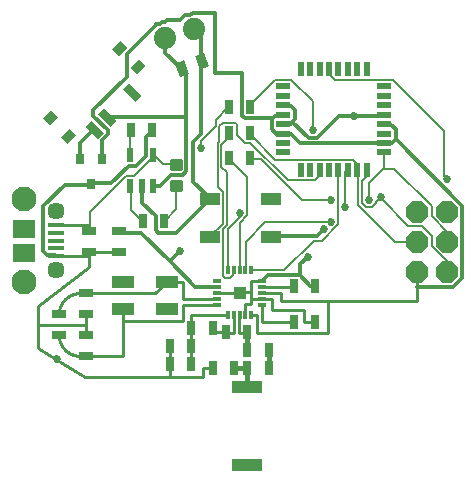
<source format=gtl>
G75*
%MOIN*%
%OFA0B0*%
%FSLAX25Y25*%
%IPPOS*%
%LPD*%
%AMOC8*
5,1,8,0,0,1.08239X$1,22.5*
%
%ADD10R,0.05000X0.02200*%
%ADD11R,0.02200X0.05000*%
%ADD12R,0.03150X0.03543*%
%ADD13R,0.06500X0.03937*%
%ADD14R,0.03150X0.04724*%
%ADD15R,0.04724X0.03150*%
%ADD16C,0.07400*%
%ADD17R,0.02165X0.04724*%
%ADD18C,0.05709*%
%ADD19R,0.05315X0.01575*%
%ADD20R,0.07480X0.05906*%
%ADD21C,0.08268*%
%ADD22R,0.10000X0.04000*%
%ADD23R,0.03937X0.03937*%
%ADD24R,0.02559X0.01181*%
%ADD25R,0.01181X0.02559*%
%ADD26OC8,0.07400*%
%ADD27R,0.03937X0.03150*%
%ADD28R,0.02756X0.05906*%
%ADD29R,0.07480X0.04331*%
%ADD30C,0.01181*%
%ADD31C,0.01000*%
%ADD32C,0.01200*%
%ADD33C,0.02700*%
%ADD34C,0.00600*%
%ADD35C,0.01600*%
D10*
X0098437Y0109809D03*
X0098437Y0112959D03*
X0098437Y0116109D03*
X0098437Y0119258D03*
X0098437Y0122408D03*
X0098437Y0125557D03*
X0098437Y0128707D03*
X0098437Y0131857D03*
X0132237Y0131857D03*
X0132237Y0128707D03*
X0132237Y0125557D03*
X0132237Y0122408D03*
X0132237Y0119258D03*
X0132237Y0116109D03*
X0132237Y0112959D03*
X0132237Y0109809D03*
D11*
X0126361Y0103933D03*
X0123211Y0103933D03*
X0120062Y0103933D03*
X0116912Y0103933D03*
X0113763Y0103933D03*
X0110613Y0103933D03*
X0107463Y0103933D03*
X0104314Y0103933D03*
X0104314Y0137733D03*
X0107463Y0137733D03*
X0110613Y0137733D03*
X0113763Y0137733D03*
X0116912Y0137733D03*
X0120062Y0137733D03*
X0123211Y0137733D03*
X0126361Y0137733D03*
D12*
X0038084Y0107682D03*
X0030604Y0107682D03*
X0034344Y0099414D03*
D13*
X0074011Y0094368D03*
X0074011Y0081770D03*
X0094303Y0081770D03*
X0094303Y0094368D03*
D14*
X0087441Y0107861D03*
X0080354Y0107861D03*
X0080470Y0116428D03*
X0087557Y0116428D03*
X0087525Y0125002D03*
X0080438Y0125002D03*
G36*
X0062545Y0139430D02*
X0065504Y0140508D01*
X0067119Y0136070D01*
X0064160Y0134992D01*
X0062545Y0139430D01*
G37*
G36*
X0069205Y0141854D02*
X0072164Y0142932D01*
X0073779Y0138494D01*
X0070820Y0137416D01*
X0069205Y0141854D01*
G37*
X0054849Y0117285D03*
X0047762Y0117285D03*
X0051627Y0086950D03*
X0058713Y0086950D03*
X0067861Y0051291D03*
X0067876Y0045271D03*
X0067876Y0039230D03*
X0060789Y0039230D03*
X0060789Y0045271D03*
X0074948Y0051291D03*
X0079412Y0049839D03*
X0086499Y0049839D03*
X0086532Y0043978D03*
X0086539Y0038036D03*
X0082009Y0038011D03*
X0074923Y0038011D03*
X0093626Y0038036D03*
X0093618Y0043978D03*
X0102020Y0053454D03*
X0109107Y0053454D03*
X0109107Y0065265D03*
X0102020Y0065265D03*
D15*
X0043902Y0076562D03*
X0043902Y0083649D03*
X0033647Y0083639D03*
X0033647Y0076552D03*
X0032729Y0062903D03*
X0032729Y0055816D03*
X0032729Y0049123D03*
X0032729Y0042036D03*
X0023708Y0048898D03*
X0023708Y0055985D03*
D16*
X0059187Y0148080D03*
X0068745Y0151020D03*
D17*
X0055049Y0108964D03*
X0047568Y0108964D03*
X0047568Y0098727D03*
X0051309Y0098727D03*
X0055049Y0098727D03*
D18*
X0022627Y0090240D03*
X0022627Y0070555D03*
D19*
X0022627Y0075280D03*
X0022627Y0077839D03*
X0022627Y0080398D03*
X0022627Y0082957D03*
X0022627Y0085516D03*
D20*
X0011997Y0084335D03*
X0011997Y0076461D03*
D21*
X0012038Y0066621D03*
X0011992Y0094192D03*
D22*
X0086494Y0031798D03*
X0086494Y0005798D03*
D23*
X0083915Y0063021D03*
D24*
X0091395Y0063021D03*
X0091395Y0061053D03*
X0091395Y0059084D03*
X0091395Y0064990D03*
X0091395Y0066958D03*
X0076434Y0066958D03*
X0076434Y0064990D03*
X0076434Y0063021D03*
X0076434Y0061053D03*
X0076434Y0059084D03*
D25*
X0079978Y0055541D03*
X0081946Y0055541D03*
X0083915Y0055541D03*
X0085883Y0055541D03*
X0087852Y0055541D03*
X0087852Y0070502D03*
X0085883Y0070502D03*
X0083915Y0070502D03*
X0081946Y0070502D03*
X0079978Y0070502D03*
D26*
X0143158Y0070073D03*
X0143158Y0080073D03*
X0143158Y0090073D03*
X0153158Y0090073D03*
X0153158Y0080073D03*
X0153158Y0070073D03*
D27*
G36*
X0047659Y0138072D02*
X0050441Y0140854D01*
X0052669Y0138626D01*
X0049887Y0135844D01*
X0047659Y0138072D01*
G37*
G36*
X0041535Y0144197D02*
X0044317Y0146979D01*
X0046545Y0144751D01*
X0043763Y0141969D01*
X0041535Y0144197D01*
G37*
G36*
X0018428Y0121091D02*
X0021210Y0123873D01*
X0023438Y0121645D01*
X0020656Y0118863D01*
X0018428Y0121091D01*
G37*
G36*
X0024553Y0114966D02*
X0027335Y0117748D01*
X0029563Y0115520D01*
X0026781Y0112738D01*
X0024553Y0114966D01*
G37*
D28*
G36*
X0032487Y0118444D02*
X0034436Y0120393D01*
X0038611Y0116218D01*
X0036662Y0114269D01*
X0032487Y0118444D01*
G37*
G36*
X0036663Y0122620D02*
X0038612Y0124569D01*
X0042787Y0120394D01*
X0040838Y0118445D01*
X0036663Y0122620D01*
G37*
G36*
X0045014Y0130972D02*
X0046963Y0132921D01*
X0051138Y0128746D01*
X0049189Y0126797D01*
X0045014Y0130972D01*
G37*
D29*
X0045145Y0066721D03*
X0045145Y0057666D03*
X0059712Y0057666D03*
X0059712Y0066721D03*
D30*
X0061532Y0100120D02*
X0064288Y0100120D01*
X0064288Y0097364D01*
X0061532Y0097364D01*
X0061532Y0100120D01*
X0061532Y0098544D02*
X0064288Y0098544D01*
X0064288Y0099724D02*
X0061532Y0099724D01*
X0061532Y0107025D02*
X0064288Y0107025D01*
X0064288Y0104269D01*
X0061532Y0104269D01*
X0061532Y0107025D01*
X0061532Y0105449D02*
X0064288Y0105449D01*
X0064288Y0106629D02*
X0061532Y0106629D01*
D31*
X0023176Y0040767D02*
X0032384Y0035055D01*
X0060789Y0035055D01*
X0060789Y0045271D01*
X0060789Y0039230D01*
X0060789Y0039230D01*
X0060789Y0035076D01*
X0071895Y0035076D01*
X0071895Y0038011D01*
X0074923Y0038011D01*
X0082009Y0038036D02*
X0082009Y0038011D01*
X0086539Y0038036D02*
X0086566Y0038036D01*
X0093618Y0043978D02*
X0093626Y0043978D01*
X0089679Y0049483D02*
X0113427Y0049483D01*
X0113427Y0060369D01*
X0143158Y0060369D01*
X0143158Y0065129D01*
X0143158Y0070073D01*
X0113427Y0060369D02*
X0097727Y0060369D01*
X0097727Y0063021D01*
X0091395Y0063021D01*
X0091395Y0061053D02*
X0091395Y0061052D01*
X0094673Y0061052D01*
X0094673Y0057391D01*
X0105563Y0057391D01*
X0105563Y0053454D01*
X0109107Y0053454D01*
X0102020Y0053454D02*
X0091395Y0053454D01*
X0091395Y0059084D01*
X0091395Y0061053D02*
X0087847Y0061053D01*
X0087847Y0059359D01*
X0085878Y0059359D01*
X0085878Y0055541D01*
X0085883Y0055541D01*
X0083915Y0055541D02*
X0083910Y0055541D01*
X0083910Y0049517D01*
X0086750Y0049517D01*
X0086499Y0049839D01*
X0086532Y0049839D01*
X0089679Y0049483D02*
X0089679Y0055541D01*
X0087852Y0055541D01*
X0087847Y0061053D02*
X0087847Y0063296D01*
X0087847Y0066958D01*
X0091395Y0066958D01*
X0091395Y0064990D02*
X0102020Y0064990D01*
X0102020Y0065265D01*
X0087847Y0063296D02*
X0083915Y0063296D01*
X0083915Y0063021D01*
X0076434Y0063021D01*
X0076434Y0061053D02*
X0076434Y0061052D01*
X0064925Y0061052D01*
X0064925Y0066721D01*
X0059712Y0066721D01*
X0055894Y0062903D01*
X0032729Y0062903D01*
X0030626Y0062903D01*
X0030459Y0062901D01*
X0030292Y0062895D01*
X0030125Y0062885D01*
X0029958Y0062871D01*
X0029792Y0062853D01*
X0029626Y0062830D01*
X0029461Y0062804D01*
X0029297Y0062774D01*
X0029133Y0062740D01*
X0028970Y0062702D01*
X0028809Y0062660D01*
X0028648Y0062614D01*
X0028488Y0062564D01*
X0028330Y0062511D01*
X0028173Y0062453D01*
X0028017Y0062392D01*
X0027863Y0062327D01*
X0027711Y0062259D01*
X0027560Y0062186D01*
X0027411Y0062111D01*
X0027264Y0062031D01*
X0027119Y0061948D01*
X0026976Y0061862D01*
X0026835Y0061772D01*
X0026696Y0061678D01*
X0026560Y0061582D01*
X0026426Y0061482D01*
X0026294Y0061379D01*
X0026165Y0061273D01*
X0026039Y0061163D01*
X0025915Y0061051D01*
X0025794Y0060936D01*
X0025675Y0060817D01*
X0025560Y0060696D01*
X0025448Y0060572D01*
X0025338Y0060446D01*
X0025232Y0060317D01*
X0025129Y0060185D01*
X0025029Y0060051D01*
X0024933Y0059915D01*
X0024839Y0059776D01*
X0024749Y0059635D01*
X0024663Y0059492D01*
X0024580Y0059347D01*
X0024500Y0059200D01*
X0024425Y0059051D01*
X0024352Y0058900D01*
X0024284Y0058748D01*
X0024219Y0058594D01*
X0024158Y0058438D01*
X0024100Y0058281D01*
X0024047Y0058123D01*
X0023997Y0057963D01*
X0023951Y0057802D01*
X0023909Y0057641D01*
X0023871Y0057478D01*
X0023837Y0057314D01*
X0023807Y0057150D01*
X0023781Y0056985D01*
X0023758Y0056819D01*
X0023740Y0056653D01*
X0023726Y0056486D01*
X0023716Y0056319D01*
X0023710Y0056152D01*
X0023708Y0055985D01*
X0016833Y0058629D02*
X0016833Y0052311D01*
X0016833Y0044701D01*
X0023176Y0040767D01*
X0030570Y0042036D02*
X0032729Y0042036D01*
X0032729Y0041886D01*
X0045153Y0041886D01*
X0045153Y0053606D01*
X0064989Y0053606D01*
X0064989Y0059084D01*
X0076434Y0059084D01*
X0079978Y0055541D02*
X0067825Y0055541D01*
X0067861Y0051291D01*
X0067861Y0045271D01*
X0067876Y0045271D01*
X0067876Y0039230D01*
X0067876Y0039230D01*
X0074948Y0049839D02*
X0079412Y0049839D01*
X0079412Y0049517D01*
X0081941Y0049517D01*
X0081941Y0055541D01*
X0081946Y0055541D01*
X0074948Y0051291D02*
X0074948Y0049839D01*
X0045153Y0053606D02*
X0045145Y0053606D01*
X0045145Y0057666D01*
X0044540Y0057666D01*
X0032729Y0055816D02*
X0032729Y0049123D01*
X0030570Y0042036D02*
X0030404Y0042038D01*
X0030238Y0042044D01*
X0030073Y0042054D01*
X0029908Y0042068D01*
X0029743Y0042086D01*
X0029579Y0042108D01*
X0029415Y0042134D01*
X0029252Y0042164D01*
X0029089Y0042198D01*
X0028928Y0042235D01*
X0028767Y0042277D01*
X0028608Y0042323D01*
X0028450Y0042372D01*
X0028292Y0042425D01*
X0028137Y0042482D01*
X0027982Y0042543D01*
X0027830Y0042607D01*
X0027678Y0042675D01*
X0027529Y0042747D01*
X0027381Y0042822D01*
X0027235Y0042901D01*
X0027091Y0042983D01*
X0026949Y0043069D01*
X0026810Y0043158D01*
X0026672Y0043251D01*
X0026537Y0043347D01*
X0026404Y0043446D01*
X0026273Y0043548D01*
X0026145Y0043653D01*
X0026020Y0043762D01*
X0025897Y0043873D01*
X0025777Y0043988D01*
X0025660Y0044105D01*
X0025545Y0044225D01*
X0025434Y0044348D01*
X0025325Y0044473D01*
X0025220Y0044601D01*
X0025118Y0044732D01*
X0025019Y0044865D01*
X0024923Y0045000D01*
X0024830Y0045138D01*
X0024741Y0045277D01*
X0024655Y0045419D01*
X0024573Y0045563D01*
X0024494Y0045709D01*
X0024419Y0045857D01*
X0024347Y0046006D01*
X0024279Y0046158D01*
X0024215Y0046310D01*
X0024154Y0046465D01*
X0024097Y0046620D01*
X0024044Y0046778D01*
X0023995Y0046936D01*
X0023949Y0047095D01*
X0023907Y0047256D01*
X0023870Y0047417D01*
X0023836Y0047580D01*
X0023806Y0047743D01*
X0023780Y0047907D01*
X0023758Y0048071D01*
X0023740Y0048236D01*
X0023726Y0048401D01*
X0023716Y0048566D01*
X0023710Y0048732D01*
X0023708Y0048898D01*
X0016833Y0052311D02*
X0032729Y0052311D01*
X0032729Y0055816D01*
X0032729Y0041886D02*
X0032729Y0041643D01*
X0016833Y0058629D02*
X0033650Y0071509D01*
X0033650Y0076550D01*
X0033647Y0076552D01*
X0043902Y0076552D01*
X0043902Y0076562D01*
X0033647Y0076552D02*
X0033647Y0075280D01*
X0022627Y0075280D01*
X0022627Y0085516D02*
X0033647Y0085516D01*
X0033647Y0083639D01*
D32*
X0043902Y0083649D02*
X0043915Y0083429D01*
X0044215Y0083129D01*
X0051115Y0083129D01*
X0060715Y0073529D01*
X0064015Y0076829D01*
X0060715Y0073529D02*
X0069115Y0065129D01*
X0076315Y0065129D01*
X0076434Y0064990D01*
X0091395Y0066958D02*
X0091615Y0067229D01*
X0093415Y0069029D01*
X0103915Y0069029D01*
X0104215Y0069329D01*
X0104215Y0072629D01*
X0106615Y0075029D01*
X0103915Y0069029D02*
X0107515Y0065429D01*
X0109015Y0065429D01*
X0109107Y0065265D01*
X0109615Y0081929D02*
X0094315Y0081929D01*
X0094303Y0081770D01*
X0109615Y0081929D02*
X0112015Y0084329D01*
X0103915Y0112829D02*
X0100915Y0115829D01*
X0098815Y0115829D01*
X0098437Y0116109D01*
X0098215Y0116129D01*
X0096115Y0116129D01*
X0094615Y0117629D01*
X0094615Y0121229D01*
X0085615Y0121229D01*
X0084715Y0122129D01*
X0084676Y0122129D01*
X0084676Y0136149D01*
X0075908Y0136149D01*
X0075908Y0156353D01*
X0070915Y0156353D01*
X0070915Y0156329D01*
X0068515Y0156329D01*
X0068215Y0156029D01*
X0067615Y0156029D01*
X0067315Y0155729D01*
X0065815Y0155729D01*
X0064015Y0153929D01*
X0059815Y0153929D01*
X0059215Y0153329D01*
X0058015Y0153329D01*
X0057415Y0152729D01*
X0056215Y0152729D01*
X0055615Y0152129D01*
X0055615Y0151829D01*
X0046315Y0142529D01*
X0046315Y0135029D01*
X0035215Y0123929D01*
X0035215Y0122129D01*
X0040015Y0117329D01*
X0040015Y0115829D01*
X0038215Y0114029D01*
X0038215Y0108929D01*
X0038084Y0107682D01*
X0038215Y0108329D01*
X0038215Y0107729D02*
X0038084Y0107682D01*
X0030715Y0107729D02*
X0030604Y0107682D01*
X0030715Y0108329D01*
X0030715Y0113129D01*
X0034615Y0117029D01*
X0035549Y0117331D01*
X0034615Y0117629D01*
X0039115Y0122129D02*
X0039725Y0121507D01*
X0040315Y0121529D01*
X0066115Y0121529D01*
X0066115Y0103529D01*
X0064915Y0102329D01*
X0061015Y0102329D01*
X0057415Y0098729D01*
X0055315Y0098729D01*
X0055049Y0098727D01*
X0051415Y0098429D02*
X0051309Y0098727D01*
X0051415Y0098429D02*
X0051415Y0093029D01*
X0055915Y0088529D01*
X0055915Y0084029D01*
X0056815Y0083129D01*
X0062815Y0083129D01*
X0073915Y0094229D01*
X0074011Y0094368D01*
X0073615Y0094829D01*
X0068515Y0099929D01*
X0068515Y0113429D01*
X0071215Y0116129D01*
X0071215Y0139829D01*
X0071492Y0140174D01*
X0071215Y0140429D01*
X0071215Y0148529D01*
X0068815Y0150929D01*
X0068745Y0151020D01*
X0059187Y0148080D02*
X0059215Y0147929D01*
X0059215Y0143129D01*
X0064315Y0138029D01*
X0064832Y0137750D01*
X0064915Y0137729D01*
X0066115Y0136529D01*
X0066115Y0121529D01*
X0054849Y0117285D02*
X0054715Y0117029D01*
X0052615Y0114929D01*
X0052615Y0108629D01*
X0049315Y0105329D01*
X0046915Y0105329D01*
X0041215Y0099629D01*
X0034615Y0099629D01*
X0034344Y0099414D01*
X0034015Y0099029D01*
X0025615Y0099029D01*
X0018415Y0091829D01*
X0018415Y0076829D01*
X0019615Y0075629D01*
X0022315Y0075629D01*
X0022627Y0075280D01*
X0022993Y0041034D02*
X0023215Y0040829D01*
X0023176Y0040767D01*
X0103915Y0112829D02*
X0131815Y0112829D01*
X0132237Y0112959D01*
X0132415Y0113129D01*
X0134815Y0113129D01*
X0136015Y0114329D01*
X0158215Y0092129D01*
X0158215Y0068129D01*
X0155215Y0065129D01*
X0143158Y0065129D01*
X0136015Y0114329D02*
X0136015Y0117629D01*
X0134515Y0119129D01*
X0132415Y0119129D01*
X0132237Y0119258D01*
X0132115Y0122129D02*
X0132237Y0122408D01*
X0132115Y0122129D02*
X0122215Y0122129D01*
X0117115Y0122129D01*
X0109615Y0114629D01*
X0106915Y0114629D01*
X0101515Y0120029D01*
X0100915Y0119429D01*
X0098515Y0119429D01*
X0098437Y0119258D01*
X0098215Y0122129D02*
X0095815Y0122129D01*
X0094915Y0121229D01*
X0094615Y0121229D01*
X0098215Y0122129D02*
X0098437Y0122408D01*
X0098515Y0125429D02*
X0098437Y0125557D01*
X0098515Y0125429D02*
X0100915Y0125429D01*
X0102415Y0123929D01*
X0102415Y0120929D01*
X0101515Y0120029D01*
D33*
X0108415Y0117329D03*
X0122215Y0122129D03*
X0130915Y0094829D03*
X0127015Y0093929D03*
X0119215Y0091529D03*
X0114415Y0093929D03*
X0114415Y0086729D03*
X0112015Y0084329D03*
X0106615Y0075029D03*
X0084115Y0089729D03*
X0064015Y0076829D03*
X0071215Y0111329D03*
X0022993Y0041034D03*
X0153115Y0101129D03*
D34*
X0152215Y0102029D01*
X0152215Y0117029D01*
X0135115Y0134129D01*
X0115615Y0134129D01*
X0113815Y0135929D01*
X0113815Y0137729D01*
X0113763Y0137733D01*
X0108415Y0126929D02*
X0108415Y0117329D01*
X0108415Y0126929D02*
X0101215Y0134129D01*
X0095815Y0134129D01*
X0087715Y0126029D01*
X0087715Y0125129D01*
X0087525Y0125002D01*
X0082615Y0119729D02*
X0078415Y0119729D01*
X0077215Y0118529D01*
X0077215Y0113429D01*
X0076615Y0112829D01*
X0076615Y0098429D01*
X0078415Y0096629D01*
X0078415Y0086129D01*
X0074215Y0081929D01*
X0074011Y0081770D01*
X0078415Y0084329D02*
X0079615Y0085529D01*
X0079615Y0103229D01*
X0077815Y0105029D01*
X0077815Y0112229D01*
X0080215Y0114629D01*
X0080215Y0116129D01*
X0080470Y0116428D01*
X0083215Y0115529D02*
X0083215Y0119129D01*
X0082615Y0119729D01*
X0083215Y0115529D02*
X0085615Y0113129D01*
X0087415Y0113129D01*
X0100015Y0100529D01*
X0109015Y0100529D01*
X0110515Y0102029D01*
X0110515Y0103829D01*
X0110613Y0103933D01*
X0116815Y0103829D02*
X0116912Y0103933D01*
X0116815Y0103829D02*
X0116815Y0085829D01*
X0111415Y0080429D01*
X0108715Y0080429D01*
X0098815Y0070529D01*
X0088015Y0070529D01*
X0087852Y0070502D01*
X0085915Y0070529D02*
X0085883Y0070502D01*
X0085915Y0070529D02*
X0085915Y0080129D01*
X0092515Y0086729D01*
X0114415Y0086729D01*
X0119215Y0091529D02*
X0119215Y0103229D01*
X0119815Y0103829D01*
X0120062Y0103933D01*
X0123115Y0104129D02*
X0123211Y0103933D01*
X0123415Y0103829D01*
X0123415Y0092429D01*
X0135715Y0080129D01*
X0142915Y0080129D01*
X0143158Y0080073D01*
X0148015Y0078629D02*
X0148015Y0081929D01*
X0144715Y0085229D01*
X0140215Y0085229D01*
X0130915Y0094529D01*
X0130915Y0094829D01*
X0129415Y0093329D01*
X0129415Y0093029D01*
X0127915Y0091529D01*
X0126115Y0091529D01*
X0124615Y0093029D01*
X0124615Y0100229D01*
X0126115Y0101729D01*
X0126115Y0103829D01*
X0126361Y0103933D01*
X0123115Y0104129D02*
X0123115Y0105929D01*
X0121615Y0107429D01*
X0095815Y0107429D01*
X0087715Y0115529D01*
X0087715Y0116129D01*
X0087557Y0116428D01*
X0087441Y0107861D02*
X0087715Y0107729D01*
X0091015Y0107729D01*
X0104815Y0093929D01*
X0114415Y0093929D01*
X0127015Y0093929D02*
X0127015Y0099629D01*
X0131965Y0104579D01*
X0132115Y0104429D01*
X0135415Y0104429D01*
X0148015Y0091829D01*
X0148015Y0088529D01*
X0153115Y0083429D01*
X0153115Y0080129D01*
X0153158Y0080073D01*
X0148015Y0078629D02*
X0153115Y0073529D01*
X0153115Y0070229D01*
X0153158Y0070073D01*
X0131965Y0104579D02*
X0132115Y0104729D01*
X0132115Y0109529D01*
X0132237Y0109809D01*
X0086515Y0101729D02*
X0086515Y0088829D01*
X0084115Y0086429D01*
X0084115Y0070529D01*
X0083915Y0070502D01*
X0081946Y0070502D02*
X0081715Y0070229D01*
X0081715Y0069029D01*
X0080815Y0068129D01*
X0079015Y0068129D01*
X0078415Y0068729D01*
X0078415Y0084329D01*
X0080215Y0084329D02*
X0084115Y0088229D01*
X0084115Y0089729D01*
X0080215Y0084329D02*
X0080215Y0070529D01*
X0079978Y0070502D01*
X0062815Y0090929D02*
X0058915Y0087029D01*
X0058713Y0086950D01*
X0062815Y0090929D02*
X0062815Y0098729D01*
X0062910Y0098742D01*
X0062910Y0105647D02*
X0062815Y0105929D01*
X0058315Y0105929D01*
X0055315Y0108929D01*
X0055049Y0108964D01*
X0055315Y0108629D01*
X0048715Y0102029D01*
X0046015Y0102029D01*
X0034015Y0090029D01*
X0034015Y0085829D01*
X0033647Y0085516D01*
X0047815Y0090629D02*
X0047815Y0098429D01*
X0047568Y0098727D01*
X0047815Y0090629D02*
X0051415Y0087029D01*
X0051627Y0086950D01*
X0047568Y0108964D02*
X0047515Y0109229D01*
X0047515Y0117029D01*
X0047762Y0117285D01*
X0071215Y0113729D02*
X0071215Y0111329D01*
X0071215Y0113729D02*
X0076015Y0118529D01*
X0076015Y0120629D01*
X0080215Y0124829D01*
X0080438Y0125002D01*
X0080354Y0107861D02*
X0080515Y0107729D01*
X0086515Y0101729D01*
D35*
X0086532Y0049839D02*
X0086532Y0043978D01*
X0086539Y0038036D02*
X0082009Y0038036D01*
X0086566Y0038036D02*
X0086494Y0031798D01*
X0093626Y0038036D02*
X0093626Y0043978D01*
M02*

</source>
